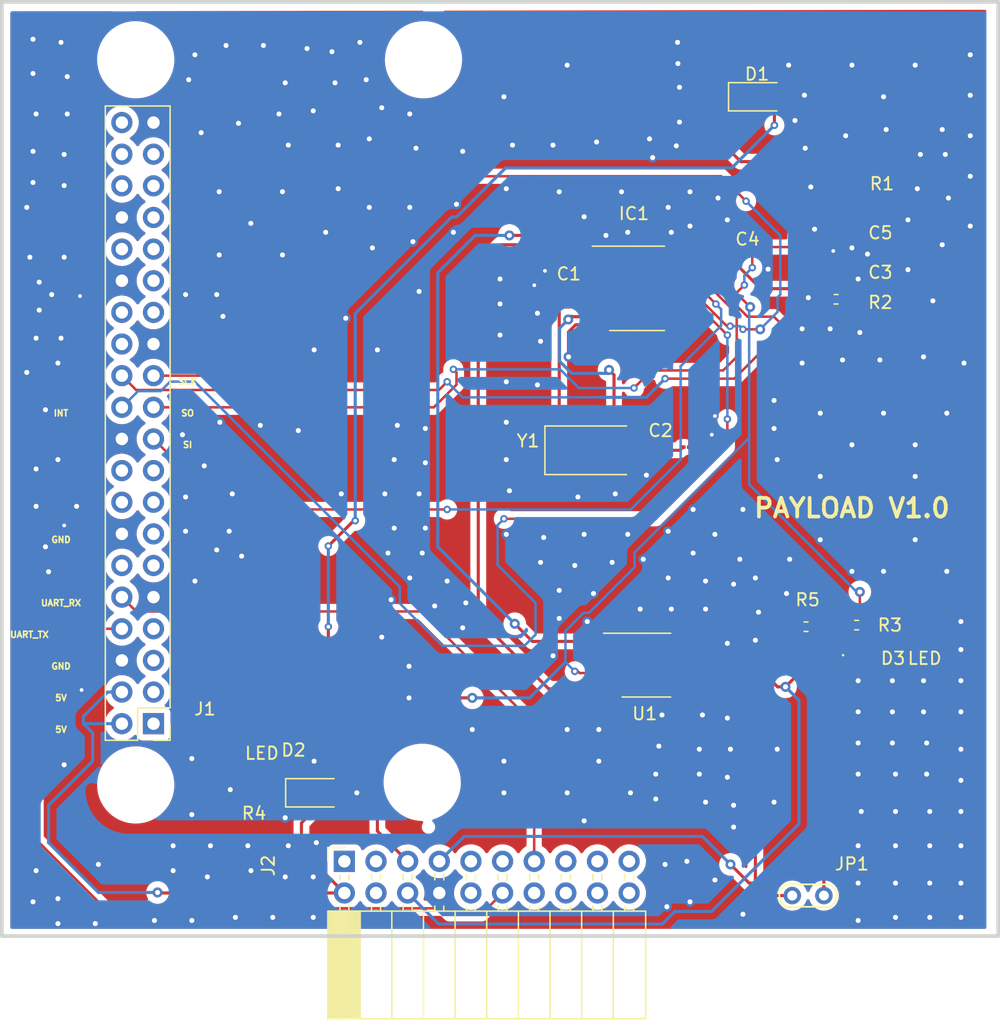
<source format=kicad_pcb>
(kicad_pcb (version 20211014) (generator pcbnew)
  (layers (0 "F.Cu" signal) (31 "B.Cu" signal) (34 "B.Paste" user) (35 "F.Paste" user) (36 "B.SilkS" user "B.Silkscreen") (37 "F.SilkS" user "F.Silkscreen") (38 "B.Mask" user) (39 "F.Mask" user) (44 "Edge.Cuts" user))
  (net 0 "")
  (net 1 "Net-(C1-Pad1)")
  (net 2 "GND")
  (net 3 "Net-(C2-Pad1)")
  (net 4 "Net-(IC1-Pad1)")
  (net 5 "Net-(IC1-Pad2)")
  (net 13 "CAN_VCC")
  (net 14 "/SCK")
  (net 16 "/SI")
  (net 17 "/SO")
  (net 18 "/CS")
  (net 19 "Net-(IC1-Pad20)")
  (net 21 "Net-(D1-Pad1)")
  (net 25 "5V")
  (net 26 "Net-(D2-Pad1)")
  (net 29 "Net-(D3-Pad2)")
  (net 30 "INT")
  (net 49 "UART_TX")
  (net 50 "UART_RX")
  (net 61 "Net-(JP1-Pad1)")
  (net 65 "CAN_H")
  (net 66 "CAN_L")
  (footprint "Capacitor_SMD:C_01005_0402Metric" (layer "F.Cu") (at 107 103.75)
    (fp_text reference "C5")
    (fp_text value "0.1uF" hide)
  )
  (footprint "LED_SMD:LED_1206_3216Metric" (layer "F.Cu") (at 100.63 92.62)
    (fp_text reference "D1")
    (fp_text value "LED")
  )
  (footprint "Connector_PinHeader_2.54mm:PinHeader_2x20_P2.54mm_Vertical" (layer "F.Cu") (at 52.175 142.95 180)
    (fp_text reference "J1")
    (fp_text value "Connector_Generic_Conn_02x20_Odd_Even" hide)
  )
  (footprint "Capacitor_SMD:C_01005_0402Metric" (layer "F.Cu") (at 94.95 120.75)
    (fp_text reference "C2")
    (fp_text value "22pF" hide)
  )
  (footprint "RPi_Hat:RPi_Hat_Mounting_Hole" (layer "F.Cu") (at 50.75 89.65 90)
    (fp_text reference "" hide)
    (fp_text value "" hide)
  )
  (footprint "LED_SMD:LED_0402_1005Metric" (layer "F.Cu") (at 108.631 137.451)
    (fp_text reference "D3")
    (fp_text value "LED")
  )
  (footprint "Capacitor_SMD:C_01005_0402Metric" (layer "F.Cu") (at 101.25 105.25 180)
    (fp_text reference "C4")
    (fp_text value "0.1uF" hide)
  )
  (footprint "Package_SO:SOIC-8-1EP_3.9x4.9mm_P1.27mm_EP2.29x3mm" (layer "F.Cu") (at 91.75 138.25)
    (fp_text reference "U1")
    (fp_text value "L9615D" hide)
  )
  (footprint "Resistor_SMD:R_0402_1005Metric" (layer "F.Cu") (at 104.565 135.165)
    (fp_text reference "R5")
    (fp_text value "120" hide)
  )
  (footprint "RPi_Hat:RPi_Hat_Mounting_Hole" (layer "F.Cu") (at 73.75 147.65 90)
    (fp_text reference "" hide)
    (fp_text value "" hide)
  )
  (footprint "Capacitor_SMD:C_01005_0402Metric" (layer "F.Cu") (at 82.25 106.5)
    (fp_text reference "C1")
    (fp_text value "22pF" hide)
  )
  (footprint "Crystal:Crystal_SMD_0603-2Pin_6.0x3.5mm" (layer "F.Cu") (at 86.95 121)
    (fp_text reference "Y1")
    (fp_text value "8MHz" hide)
  )
  (footprint "TestPoint:TestPoint_2Pads_Pitch2.54mm_Drill0.8mm" (layer "F.Cu") (at 106 156.75 180)
    (fp_text reference "JP1")
    (fp_text value "Jumper_1_Open" hide)
  )
  (footprint "Package_SO:TSSOP-20_4.4x6.5mm_P0.65mm" (layer "F.Cu") (at 91 108)
    (fp_text reference "IC1")
    (fp_text value "MCP2515-xST" hide)
  )
  (footprint "Resistor_SMD:R_0402_1005Metric" (layer "F.Cu") (at 108.631 135.038 180)
    (fp_text reference "R3")
    (fp_text value "1K" hide)
  )
  (footprint "Connector_PinSocket_2.54mm:PinSocket_2x10_P2.54mm_Horizontal" (layer "F.Cu") (at 67.5 154 90)
    (fp_text reference "J2")
    (fp_text value "Conn_01x20_Male" hide)
  )
  (footprint "Resistor_SMD:R_0201_0603Metric_Pad0.64x0.40mm_HandSolder" (layer "F.Cu") (at 107 99.75)
    (fp_text reference "R1")
    (fp_text value "1kohm" hide)
  )
  (footprint "LED_SMD:LED_1206_3216Metric" (layer "F.Cu") (at 65.07 148.5)
    (fp_text reference "D2")
    (fp_text value "LED")
  )
  (footprint "RPi_Hat:RPi_Hat_Mounting_Hole" (layer "F.Cu") (at 73.85 89.65 90)
    (fp_text reference "" hide)
    (fp_text value "" hide)
  )
  (footprint "RPi_Hat:RPi_Hat_Mounting_Hole" (layer "F.Cu") (at 50.75 147.865 90)
    (fp_text reference "" hide)
    (fp_text value "" hide)
  )
  (footprint "Resistor_SMD:R_0402_1005Metric" (layer "F.Cu") (at 106.98 108.876 180)
    (fp_text reference "R2")
    (fp_text value "10K" hide)
  )
  (footprint "Resistor_SMD:R_0201_0603Metric_Pad0.64x0.40mm_HandSolder" (layer "F.Cu") (at 60.244 148.373 180)
    (fp_text reference "R4")
    (fp_text value "1kohm" hide)
  )
  (footprint "Capacitor_SMD:C_01005_0402Metric" (layer "F.Cu") (at 107 106.5 180)
    (fp_text reference "C3")
    (fp_text value "10uF/16V" hide)
  )
  (gr_rect (start 40 85) (end 120 160) (layer "Edge.Cuts") (width 0.3) (fill none))
  (gr_text "GND" (at 44.75 128.18) (layer "F.SilkS") (effects (font (size 0.5 0.5) (thickness 0.125))))
  (gr_text "UART_TX" (at 42.21 135.8) (layer "F.SilkS") (effects (font (size 0.5 0.5) (thickness 0.125))))
  (gr_text "SO" (at 54.91 118.02) (layer "F.SilkS") (effects (font (size 0.5 0.5) (thickness 0.125))))
  (gr_text "SCK" (at 54.91 115.48) (layer "F.SilkS") (effects (font (size 0.5 0.5) (thickness 0.125))))
  (gr_text "5V" (at 44.75 143.42) (layer "F.SilkS") (effects (font (size 0.5 0.5) (thickness 0.125))))
  (gr_text "SI" (at 54.91 120.56) (layer "F.SilkS") (effects (font (size 0.5 0.5) (thickness 0.125))))
  (gr_text "PAYLOAD V1.0" (at 108.25 125.64) (layer "F.SilkS") (effects (font (size 1.5 1.5) (thickness 0.3))))
  (gr_text "GND" (at 44.75 138.34) (layer "F.SilkS") (effects (font (size 0.5 0.5) (thickness 0.125))))
  (gr_text "INT" (at 44.75 118.02) (layer "F.SilkS") (effects (font (size 0.5 0.5) (thickness 0.125))))
  (gr_text "5V" (at 44.75 140.88) (layer "F.SilkS") (effects (font (size 0.5 0.5) (thickness 0.125))))
  (gr_text "UART_RX" (at 44.75 133.26) (layer "F.SilkS") (effects (font (size 0.5 0.5) (thickness 0.125))))
  (segment (start 88.1375 109.625) (end 88.0125 109.5) (width 0.25) (layer "F.Cu") (net 1))
  (segment (start 82.209315 106.025) (end 82 106.234315) (width 0.25) (layer "F.Cu") (net 1))
  (segment (start 84.75 109.5) (end 84.25 109) (width 0.25) (layer "F.Cu") (net 1))
  (segment (start 84.75 121) (end 84.75 109.5) (width 0.25) (layer "F.Cu") (net 1))
  (segment (start 88.0125 109.5) (end 84.75 109.5) (width 0.25) (layer "F.Cu") (net 1))
  (segment (start 84.25 106.5) (end 83.775 106.025) (width 0.25) (layer "F.Cu") (net 1))
  (segment (start 84.25 109) (end 84.25 106.5) (width 0.25) (layer "F.Cu") (net 1))
  (segment (start 83.775 106.025) (end 82.209315 106.025) (width 0.25) (layer "F.Cu") (net 1))
  (segment (start 94.32 136.25) (end 97.75 136.25) (width 0.25) (layer "F.Cu") (net 2))
  (segment (start 45.677 127.71) (end 45.004 127.037) (width 0.25) (layer "F.Cu") (net 2))
  (segment (start 48.225 121.5) (end 44.75 121.5) (width 0.25) (layer "F.Cu") (net 2))
  (segment (start 101.519 105.269) (end 101.5 105.25) (width 0.2) (layer "F.Cu") (net 2))
  (segment (start 97 118.25) (end 97.25 118.25) (width 0.2) (layer "F.Cu") (net 2))
  (segment (start 44.75 121.5) (end 44.5 121.75) (width 0.25) (layer "F.Cu") (net 2))
  (segment (start 42.81 102.31) (end 42.25 101.75) (width 0.25) (layer "F.Cu") (net 2))
  (segment (start 47.506 137.87) (end 46.401 138.975) (width 0.25) (layer "F.Cu") (net 2))
  (segment (start 108.25 106.5) (end 109 105.75) (width 0.2) (layer "F.Cu") (net 2))
  (segment (start 83.508244 106.5) (end 83.604122 106.595878) (width 0.2) (layer "F.Cu") (net 2))
  (segment (start 96.655 136.345) (end 98.5 134.5) (width 0.2) (layer "F.Cu") (net 2))
  (segment (start 52.175 94.69) (end 55.44 94.69) (width 0.25) (layer "F.Cu") (net 2))
  (segment (start 49.635 120.09) (end 48.225 121.5) (width 0.25) (layer "F.Cu") (net 2))
  (segment (start 82.5 107.5) (end 82.75 107.75) (width 0.2) (layer "F.Cu") (net 2))
  (segment (start 98.75 132) (end 98.75 131.75) (width 0.2) (layer "F.Cu") (net 2))
  (segment (start 55.96 132.79) (end 59.25 129.5) (width 0.25) (layer "F.Cu") (net 2))
  (segment (start 95.2 120.75) (end 96 120.75) (width 0.2) (layer "F.Cu") (net 2))
  (segment (start 107.25 106.5) (end 107.25 105.75) (width 0.2) (layer "F.Cu") (net 2))
  (segment (start 49.635 102.31) (end 42.81 102.31) (width 0.25) (layer "F.Cu") (net 2))
  (segment (start 107.25 105.75) (end 108.25 104.75) (width 0.2) (layer "F.Cu") (net 2))
  (segment (start 58 110.25) (end 57.75 110.25) (width 0.25) (layer "F.Cu") (net 2))
  (segment (start 42.25 101.75) (end 42 101.5) (width 0.25) (layer "F.Cu") (net 2))
  (segment (start 98.5 134.5) (end 98.75 134.25) (width 0.2) (layer "F.Cu") (net 2))
  (segment (start 98.75 134.25) (end 98.75 132) (width 0.2) (layer "F.Cu") (net 2))
  (segment (start 46.401 138.975) (end 46.401 140.245) (width 0.25) (layer "F.Cu") (net 2))
  (segment (start 55.78 112.47) (end 58 110.25) (width 0.25) (layer "F.Cu") (net 2))
  (segment (start 82.5 106.5) (end 83.5 106.5) (width 0.2) (layer "F.Cu") (net 2))
  (segment (start 88.1375 110.925) (end 86.075 110.925) (width 0.25) (layer "F.Cu") (net 2))
  (segment (start 97.75 136.25) (end 98 136.25) (width 0.25) (layer "F.Cu") (net 2))
  (segment (start 58.466 148.373) (end 58.339 148.246) (width 0.25) (layer "F.Cu") (net 2))
  (segment (start 107.25 106.5) (end 108.25 106.5) (width 0.2) (layer "F.Cu") (net 2))
  (segment (start 52.175 112.47) (end 55.78 112.47) (width 0.25) (layer "F.Cu") (net 2))
  (segment (start 106.75 103.75) (end 106.75 105) (width 0.2) (layer "F.Cu") (net 2))
  (segment (start 95.2 120.05) (end 97 118.25) (width 0.2) (layer "F.Cu") (net 2))
  (segment (start 85.5 111.5) (end 85.5 113.5) (width 0.25) (layer "F.Cu") (net 2))
  (segment (start 47.175 125.25) (end 46.25 125.25) (width 0.25) (layer "F.Cu") (net 2))
  (segment (start 49.635 137.87) (end 47.506 137.87) (width 0.25) (layer "F.Cu") (net 2))
  (segment (start 94.225 136.345) (end 96.655 136.345) (width 0.2) (layer "F.Cu") (net 2))
  (segment (start 55.44 94.69) (end 56.25 95.5) (width 0.25) (layer "F.Cu") (net 2))
  (segment (start 86.075 110.925) (end 85.5 111.5) (width 0.25) (layer "F.Cu") (net 2))
  (segment (start 94.225 136.345) (end 94.32 136.25) (width 0.25) (layer "F.Cu") (net 2))
  (segment (start 82.5 106.5) (end 82.5 107.5) (width 0.2) (layer "F.Cu") (net 2))
  (segment (start 49.635 127.71) (end 47.175 125.25) (width 0.25) (layer "F.Cu") (net 2))
  (segment (start 105.75 103.75) (end 105.25 103.25) (width 0.2) (layer "F.Cu") (net 2))
  (segment (start 49.635 127.71) (end 45.677 127.71) (width 0.25) (layer "F.Cu") (net 2))
  (segment (start 105.057 99.75) (end 104.948 99.859) (width 0.25) (layer "F.Cu") (net 2))
  (segment (start 84.365 137.615) (end 89.275 137.615) (width 0.25) (layer "F.Cu") (net 2))
  (segment (start 52.175 132.79) (end 55.96 132.79) (width 0.25) (layer "F.Cu") (net 2))
  (segment (start 48.403 108.622) (end 49.635 107.39) (width 0.2) (layer "F.Cu") (net 2))
  (segment (start 96 120.75) (end 97 119.75) (width 0.2) (layer "F.Cu") (net 2))
  (segment (start 59.8365 148.373) (end 58.466 148.373) (width 0.25) (layer "F.Cu") (net 2))
  (segment (start 101.519 106.463) (end 101.519 105.269) (width 0.2) (layer "F.Cu") (net 2))
  (segment (start 46.25 125.25) (end 46 125.5) (width 0.25) (layer "F.Cu") (net 2))
  (segment (start 109 105.75) (end 109.5 105.25) (width 0.2) (layer "F.Cu") (net 2))
  (segment (start 106.5925 99.75) (end 105.057 99.75) (width 0.25) (layer "F.Cu") (net 2))
  (segment (start 84.25 137.5) (end 84.365 137.615) (width 0.25) (layer "F.Cu") (net 2))
  (segment (start 98 136.25) (end 98.25 136.5) (width 0.25) (layer "F.Cu") (net 2))
  (segment (start 95.2 120.75) (end 95.2 120.05) (width 0.2) (layer "F.Cu") (net 2))
  (segment (start 83.5 106.5) (end 83.508244 106.5) (width 0.2) (layer "F.Cu") (net 2))
  (segment (start 46.274 108.622) (end 48.403 108.622) (width 0.2) (layer "F.Cu") (net 2))
  (segment (start 106.75 103.75) (end 105.75 103.75) (width 0.2) (layer "F.Cu") (net 2))
  (segment (start 56.25 95.5) (end 56 95.5) (width 0.25) (layer "F.Cu") (net 2))
  (via (at 92.5 147) (size 0.8) (drill 0.4) (layers "F.Cu" "B.Cu") (net 2))
  (via (at 58.75 158.5) (size 0.8) (drill 0.4) (layers "F.Cu" "B.Cu") (net 2))
  (via (at 71.25 133) (size 0.8) (drill 0.4) (layers "F.Cu" "B.Cu") (net 2))
  (via (at 114.25 144.5) (size 0.8) (drill 0.4) (layers "F.Cu" "B.Cu") (net 2))
  (via (at 90.25 127.75) (size 0.8) (drill 0.4) (layers "F.Cu" "B.Cu") (net 2))
  (via (at 74.75 133.5) (size 0.8) (drill 0.4) (layers "F.Cu" "B.Cu") (net 2))
  (via (at 100.5 136.25) (size 0.8) (drill 0.4) (layers "F.Cu" "B.Cu") (net 2))
  (via (at 70.5 93.5) (size 0.8) (drill 0.4) (layers "F.Cu" "B.Cu") (net 2))
  (via (at 77 135.25) (size 0.8) (drill 0.4) (layers "F.Cu" "B.Cu") (net 2))
  (via (at 114.5 158.5) (size 0.8) (drill 0.4) (layers "F.Cu" "B.Cu") (net 2))
  (via (at 63 96.5) (size 0.8) (drill 0.4) (layers "F.Cu" "B.Cu") (net 2))
  (via (at 114 142) (size 0.8) (drill 0.4) (layers "F.Cu" "B.Cu") (net 2))
  (via (at 94.407 94.652) (size 0.8) (drill 0.4) (layers "F.Cu" "B.Cu") (net 2))
  (via (at 73.25 96.75) (size 0.8) (drill 0.4) (layers "F.Cu" "B.Cu") (net 2))
  (via (at 115.87 118.02) (size 0.8) (drill 0.4) (layers "F.Cu" "B.Cu") (net 2))
  (via (at 73.5 124.5) (size 0.8) (drill 0.4) (layers "F.Cu" "B.Cu") (net 2))
  (via (at 114.25 147) (size 0.8) (drill 0.4) (layers "F.Cu" "B.Cu") (net 2))
  (via (at 67.61 110.4) (size 0.8) (drill 0.4) (layers "F.Cu" "B.Cu") (net 2))
  (via (at 47.5 159) (size 0.8) (drill 0.4) (layers "F.Cu" "B.Cu") (net 2))
  (via (at 87.5 132.5) (size 0.8) (drill 0.4) (layers "F.Cu" "B.Cu") (net 2))
  (via (at 67 100) (size 0.8) (drill 0.4) (layers "F.Cu" "B.Cu") (net 2))
  (via (at 83.25 130) (size 0.8) (drill 0.4) (layers "F.Cu" "B.Cu") (net 2))
  (via (at 102 117) (size 0.8) (drill 0.4) (layers "F.Cu" "B.Cu") (net 2))
  (via (at 44.5 121.75) (size 0.8) (drill 0.4) (layers "F.Cu" "B.Cu") (net 2))
  (via (at 77.77 143.42) (size 0.8) (drill 0.4) (layers "F.Cu" "B.Cu") (net 2))
  (via (at 113.5 100) (size 0.8) (drill 0.4) (layers "F.Cu" "B.Cu") (net 2))
  (via (at 63 152.75) (size 0.8) (drill 0.4) (layers "F.Cu" "B.Cu") (net 2))
  (via (at 98.75 131.75) (size 0.8) (drill 0.4) (layers "F.Cu" "B.Cu") (net 2))
  (via (at 113.33 90.08) (size 0.8) (drill 0.4) (layers "F.Cu" "B.Cu") (net 2))
  (via (at 55.25 150.25) (size 0.8) (drill 0.4) (layers "F.Cu" "B.Cu") (net 2))
  (via (at 42 101.5) (size 0.8) (drill 0.4) (layers "F.Cu" "B.Cu") (net 2))
  (via (at 58.5 124.5) (size 0.8) (drill 0.4) (layers "F.Cu" "B.Cu") (net 2))
  (via (at 65 158.5) (size 0.8) (drill 0.4) (layers "F.Cu" "B.Cu") (net 2))
  (via (at 93.5 101.5) (size 0.8) (drill 0.4) (layers "F.Cu" "B.Cu") (net 2))
  (via (at 105.71 123.1) (size 0.8) (drill 0.4) (layers "F.Cu" "B.Cu") (net 2))
  (via (at 91.25 133.75) (size 0.8) (drill 0.4) (layers "F.Cu" "B.Cu") (net 2))
  (via (at 94.407 91.858) (size 0.8) (drill 0.4) (layers "F.Cu" "B.Cu") (net 2))
  (via (at 54.75 108.5) (size 0.8) (drill 0.4) (layers "F.Cu" "B.Cu") (net 2))
  (via (at 111.75 155.75) (size 0.8) (drill 0.4) (layers "F.Cu" "B.Cu") (net 2))
  (via (at 117 145) (size 0.8) (drill 0.4) (layers "F.Cu" "B.Cu") (net 2))
  (via (at 71.5 127.25) (size 0.8) (drill 0.4) (layers "F.Cu" "B.Cu") (net 2))
  (via (at 84.25 137.5) (size 0.8) (drill 0.4) (layers "F.Cu" "B.Cu") (net 2))
  (via (at 110.5 113.75) (size 0.8) (drill 0.4) (layers "F.Cu" "B.Cu") (net 2))
  (via (at 53.75 154.75) (size 0.8) (drill 0.4) (layers "F.Cu" "B.Cu") (net 2))
  (via (at 103.678 94.525) (size 0.8) (drill 0.4) (layers "F.Cu" "B.Cu") (net 2))
  (via (at 66 103.5) (size 0.8) (drill 0.4) (layers "F.Cu" "B.Cu") (net 2))
  (via (at 114.5 150) (size 0.8) (drill 0.4) (layers "F.Cu" "B.Cu") (net 2))
  (via (at 42.5 99.5) (size 0.8) (drill 0.4) (layers "F.Cu" "B.Cu") (net 2))
  (via (at 86 130.25) (size 0.8) (drill 0.4) (layers "F.Cu" "B.Cu") (net 2))
  (via (at 83.604122 106.595878) (size 0.6) (drill 0.3) (layers "F.Cu" "B.Cu") (net 2))
  (via (at 55 91.25) (size 0.8) (drill 0.4) (layers "F.Cu" "B.Cu") (net 2))
  (via (at 95 154) (size 0.8) (drill 0.4) (layers "F.Cu" "B.Cu") (net 2))
  (via (at 117 155.75) (size 0.8) (drill 0.4) (layers "F.Cu" "B.Cu") (net 2))
  (via (at 98.5 145) (size 0.8) (drill 0.4) (layers "F.Cu" "B.Cu") (net 2))
  (via (at 96.5 131.5) (size 0.8) (drill 0.4) (layers "F.Cu" "B.Cu") (net 2))
  (via (at 117 147.5) (size 0.8) (drill 0.4) (layers "F.Cu" "B.Cu") (net 2))
  (via (at 69.5 101.5) (size 0.8) (drill 0.4) (layers "F.Cu" "B.Cu") (net 2))
  (via (at 86.75 127.75) (size 0.8) (drill 0.4) (layers "F.Cu" "B.Cu") (net 2))
  (via (at 99.5 125.75) (size 0.8) (drill 0.4) (layers "F.Cu" "B.Cu") (net 2))
  (via (at 87.75 96.25) (size 0.8) (drill 0.4) (layers "F.Cu" "B.Cu") (net 2))
  (via (at 62.75 150.5) (size 0.8) (drill 0.4) (layers "F.Cu" "B.Cu") (net 2))
  (via (at 43.5 117.75) (size 0.8) (drill 0.4) (layers "F.Cu" "B.Cu") (net 2))
  (via (at 42.5 97) (size 0.8) (drill 0.4) (layers "F.Cu" "B.Cu") (net 2))
  (via (at 72.69 140.88) (size 0.8) (drill 0.4) (layers "F.Cu" "B.Cu") (net 2))
  (via (at 96 147) (size 0.8) (drill 0.4) (layers "F.Cu" "B.Cu") (net 2))
  (via (at 108.75 147) (size 0.8) (drill 0.4) (layers "F.Cu" "B.Cu") (net 2))
  (via (at 80.5 100) (size 0.8) (drill 0.4) (layers "F.Cu" "B.Cu") (net 2))
  (via (at 44.75 88.25) (size 0.8) (drill 0.4) (layers "F.Cu" "B.Cu") (net 2))
  (via (at 45 105.5) (size 0.8) (drill 0.4) (layers "F.Cu" "B.Cu") (net 2))
  (via (at 89.75 100.25) (size 0.8) (drill 0.4) (layers "F.Cu" "B.Cu") (net 2))
  (via (at 85.39 90.08) (size 0.8) (drill 0.4) (layers "F.Cu" "B.Cu") (net 2))
  (via (at 60.75 119) (size 0.8) (drill 0.4) (layers "F.Cu" "B.Cu") (net 2))
  (via (at 84.25 96.5) (size 0.8) (drill 0.4) (layers "F.Cu" "B.Cu") (net 2))
  (via (at 113.33 120.56) (size 0.8) (drill 0.4) (layers "F.Cu" "B.Cu") (net 2))
  (via (at 108.25 120.56) (size 0.8) (drill 0.4) (layers "F.Cu" "B.Cu") (net 2))
  (via (at 58.339 148.246) (size 0.8) (drill 0.4) (layers "F.Cu" "B.Cu") (net 2))
  (via (at 76.25 103.5) (size 0.8) (drill 0.4) (layers "F.Cu" "B.Cu") (net 2))
  (via (at 112.75 106.5) (size 0.8) (drill 0.4) (layers "F.Cu" "B.Cu") (net 2))
  (via (at 74 127.25) (size 0.8) (drill 0.4) (layers "F.Cu" "B.Cu") (net 2))
  (via (at 111.75 147) (size 0.8) (drill 0.4) (layers "F.Cu" "B.Cu") (net 2))
  (via (at 80.31 92.62) (size 0.8) (drill 0.4) (layers "F.Cu" "B.Cu") (net 2))
  (via (at 107.75 95.75) (size 0.8) (drill 0.4) (layers "F.Cu" "B.Cu") (net 2))
  (via (at 108.885 111.543) (size 0.8) (drill 0.4) (layers "F.Cu" "B.Cu") (net 2))
  (via (at 117.75 95.75) (size 0.8) (drill 0.4) (layers "F.Cu" "B.Cu") (net 2))
  (via (at 63.8 119.417) (size 0.8) (drill 0.4) (layers "F.Cu" "B.Cu") (net 2))
  (via (at 113.75 97.25) (size 0.8) (drill 0.4) (layers "F.Cu" "B.Cu") (net 2))
  (via (at 105.71 128.18) (size 0.8) (drill 0.4) (layers "F.Cu" "B.Cu") (net 2))
  (via (at 115.5 104.5) (size 0.8) (drill 0.4) (layers "F.Cu" "B.Cu") (net 2))
  (via (at 115.87 130.72) (size 0.8) (drill 0.4) (layers "F.Cu" "B.Cu") (net 2))
  (via (at 108.75 155.75) (size 0.8) (drill 0.4) (layers "F.Cu" "B.Cu") (net 2))
  (via (at 111 95.25) (size 0.8) (drill 0.4) (layers "F.Cu" "B.Cu") (net 2))
  (via (at 77.25 133.25) (size 0.8) (drill 0.4) (layers "F.Cu" "B.Cu") (net 2))
  (via (at 65 93.75) (size 0.8) (drill 0.4) (layers "F.Cu" "B.Cu") (net 2))
  (via (at 93.75 133.75) (size 0.8) (drill 0.4) (layers "F.Cu" "B.Cu") (net 2))
  (via (at 92 96) (size 0.8) (drill 0.4) (layers "F.Cu" "B.Cu") (net 2))
  (via (at 93 142.25) (size 0.8) (drill 0.4) (layers "F.Cu" "B.Cu") (net 2))
  (via (at 103.17 90.08) (size 0.8) (drill 0.4) (layers "F.Cu" "B.Cu") (net 2))
  (via (at 81 96.5) (size 0.8) (drill 0.4) (layers "F.Cu" "B.Cu") (net 2))
  (via (at 111.5 142) (size 0.8) (drill 0.4) (layers "F.Cu" "B.Cu") (net 2))
  (via (at 56.25 122.25) (size 0.8) (drill 0.4) (layers "F.Cu" "B.Cu") (net 2))
  (via (at 59.25 129.5) (size 0.8) (drill 0.4) (layers "F.Cu" "B.Cu") (net 2))
  (via (at 114.5 155.75) (size 0.8) (drill 0.4) (layers "F.Cu" "B.Cu") (net 2))
  (via (at 45 97.25) (size 0.8) (drill 0.4) (layers "F.Cu" "B.Cu") (net 2))
  (via (at 92.75 144.75) (size 0.8) (drill 0.4) (layers "F.Cu" "B.Cu") (net 2))
  (via (at 86.25 124.75) (size 0.8) (drill 0.4) (layers "F.Cu" "B.Cu") (net 2))
  (via (at 94.28 89.953) (size 0.8) (drill 0.4) (layers "F.Cu" "B.Cu") (net 2))
  (via (at 102 149.25) (size 0.8) (drill 0.4) (layers "F.Cu" "B.Cu") (net 2))
  (via (at 115.75 97.25) (size 0.8) (drill 0.4) (layers "F.Cu" "B.Cu") (net 2))
  (via (at 88.5 103.75) (size 0.8) (drill 0.4) (layers "F.Cu" "B.Cu") (net 2))
  (via (at 117.75 103) (size 0.8) (drill 0.4) (layers "F.Cu" "B.Cu") (net 2))
  (via (at 83.25 112.25) (size 0.8) (drill 0.4) (layers "F.Cu" "B.Cu") (net 2))
  (via (at 80.5 127.75) (size 0.8) (drill 0.4) (layers "F.Cu" "B.Cu") (net 2))
  (via (at 104.25 114) (size 0.8) (drill 0.4) (layers "F.Cu" "B.Cu") (net 2))
  (via (at 46 125.5) (size 0.8) (drill 0.4) (layers "F.Cu" "B.Cu") (net 2))
  (via (at 69.25 91.25) (size 0.8) (drill 0.4) (layers "F.Cu" "B.Cu") (net 2))
  (via (at 42.75 122.5) (size 0.8) (drill 0.4) (layers "F.Cu" "B.Cu") (net 2))
  (via (at 106.75 105) (size 0.6) (drill 0.3) (layers "F.Cu" "B.Cu") (net 2))
  (via (at 117 150) (size 0.8) (drill 0.4) (layers "F.Cu" "B.Cu") (net 2))
  (via (at 107.5 113.75) (size 0.8) (drill 0.4) (layers "F.Cu" "B.Cu") (net 2))
  (via (at 111.5 144.5) (size 0.8) (drill 0.4) (layers "F.Cu" "B.Cu") (net 2))
  (via (at 64.5 88.75) (size 0.8) (drill 0.4) (layers "F.Cu" "B.Cu") (net 2))
  (via (at 57.25 108.5) (size 0.8) (drill 0.4) (layers "F.Cu" "B.Cu") (net 2))
  (via (at 97.25 127.75) (size 0.8) (drill 0.4) (layers "F.Cu" "B.Cu") (net 2))
  (via (at 100.5 131.25) (size 0.8) (drill 0.4) (layers "F.Cu" "B.Cu") (net 2))
  (via (at 100.75 134) (size 0.8) (drill 0.4) (layers "F.Cu" "B.Cu") (net 2))
  (via (at 108.75 139.5) (size 0.8) (drill 0.4) (layers "F.Cu" "B.Cu") (net 2))
  (via (at 114 139.5) (size 0.8) (drill 0.4) (layers "F.Cu" "B.Cu") (net 2))
  (via (at 43.5 128.75) (size 0.8) (drill 0.4) (layers "F.Cu" "B.Cu") (net 2))
  (via (at 115.5 95.25) (size 0.8) (drill 0.4) (layers "F.Cu" "B.Cu") (net 2))
  (via (at 80.5 121.75) (size 0.8) (drill 0.4) (layers "F.Cu" "B.Cu") (net 2))
  (via (at 85.5 113.5) (size 0.8) (drill 0.4) (layers "F.Cu" "B.Cu") (net 2))
  (via (at 110.79 92.62) (size 0.8) (drill 0.4) (layers "F.Cu" "B.Cu") (net 2))
  (via (at 70.5 136) (size 0.8) (drill 0.4) (layers "F.Cu" "B.Cu") (net 2))
  (via (at 43.75 130.75) (size 0.8) (drill 0.4) (layers "F.Cu" "B.Cu") (net 2))
  (via (at 55.25 145.75) (size 0.8) (drill 0.4) (layers "F.Cu" "B.Cu") (net 2))
  (via (at 113.33 128.18) (size 0.8) (drill 0.4) (layers "F.Cu" "B.Cu") (net 2))
  (via (at 47.75 154.25) (size 0.8) (drill 0.4) (layers "F.Cu" "B.Cu") (net 2))
  (via (at 59.75 152.75) (size 0.8) (drill 0.4) (layers "F.Cu" "B.Cu") (net 2))
  (via (at 98.75 149.5) (size 0.8) (drill 0.4) (layers "F.Cu" "B.Cu") (net 2))
  (via (at 72.75 131.25) (size 0.8) (drill 0.4) (layers "F.Cu" "B.Cu") (net 2))
  (via (at 94.153 96.557) (size 0.8) (drill 0.4) (layers "F.Cu" "B.Cu") (net 2))
  (via (at 114.5 152.75) (size 0.8) (drill 0.4) (layers "F.Cu" "B.Cu") (net 2))
  (via (at 98.25 136.5) (size 0.8) (drill 0.4) (layers "F.Cu" "B.Cu") (net 2))
  (via (at 65.07 145.96) (size 0.8) (drill 0.4) (layers "F.Cu" "B.Cu") (net 2))
  (via (at 101.519 106.463) (size 0.8) (drill 0.4) (layers "F.Cu" "B.Cu") (net 2))
  (via (at 56.5 155.25) (size 0.8) (drill 0.4) (layers "F.Cu" "B.Cu") (net 2))
  (via (at 42.75 112) (size 0.8) (drill 0.4) (layers "F.Cu" "B.Cu") (net 2))
  (via (at 95.5 129.25) (size 0.8) (drill 0.4) (layers "F.Cu" "B.Cu") (net 2))
  (via (at 66.5 89) (size 0.8) (drill 0.4) (layers "F.Cu" "B.Cu") (net 2))
  (via (at 46.401 140.245) (size 0.6) (drill 0.3) (layers "F.Cu" "B.Cu") (net 2))
  (via (at 74 119.25) (size 0.8) (drill 0.4) (layers "F.Cu" "B.Cu") (net 2))
  (via (at 117 152.75) (size 0.8) (drill 0.4) (layers "F.Cu" "B.Cu") (net 2))
  (via (at 46.274 108.622) (size 0.5) (drill 0.3) (layers "F.Cu" "B.Cu") (net 2))
  (via (at 56 95.5) (size 0.8) (drill 0.4) (layers "F.Cu" "B.Cu") (net 2))
  (via (at 71.5 121.75) (size 0.8) (drill 0.4) (layers "F.Cu" "B.Cu") (net 2))
  (via (at 59 94.75) (size 0.8) (drill 0.4) (layers "F.Cu" "B.Cu") (net 2))
  (via (at 71.75 119) (size 0.8) (drill 0.4) (layers "F.Cu" "B.Cu") (net 2))
  (via (at 57.45 105.32) (size 0.8) (drill 0.4) (layers "F.Cu" "B.Cu") (net 2))
  (via (at 86.75 150.75) (size 0.8) (drill 0.4) (layers "F.Cu" "B.Cu") (net 2))
  (via (at 65 155.25) (size 0.8) (drill 0.4) (layers "F.Cu" "B.Cu") (net 2))
  (via (at 109 150) (size 0.8) (drill 0.4) (layers "F.Cu" "B.Cu") (net 2))
  (via (at 74 122) (size 0.8) (drill 0.4) (layers "F.Cu" "B.Cu") (net 2))
  (via (at 108.75 107.25) (size 0.8) (drill 0.4) (layers "F.Cu" "B.Cu") (net 2))
  (via (at 104.25 111.25) (size 0.8) (drill 0.4) (layers "F.Cu" "B.Cu") (net 2))
  (via (at 43 109.75) (size 0.8) (drill 0.4) (layers "F.Cu" "B.Cu") (net 2))
  (via (at 96.5 133.75) (size 0.8) (drill 0.4) (layers "F.Cu" "B.Cu") (net 2))
  (via (at 104.75 108.75) (size 0.8) (drill 0.4) (layers "F.Cu" "B.Cu") (net 2))
  (via (at 45 99.75) (size 0.8) (drill 0.4) (layers "F.Cu" "B.Cu") (net 2))
  (via (at 86.75 102.25) (size 0.8) (drill 0.4) (layers "F.Cu" "B.Cu") (net 2))
  (via (at 106.5 111.25) (size 0.8) (drill 0.4) (layers "F.Cu" "B.Cu") (net 2))
  (via (at 83 110) (size 0.8) (drill 0.4) (layers "F.Cu" "B.Cu") (net 2))
  (via (at 66.75 91.5) (size 0.8) (drill 0.4) (layers "F.Cu" "B.Cu") (net 2))
  (via (at 58.25 127.5) (size 0.8) (drill 0.4) (layers "F.Cu" "B.Cu") (net 2))
  (via (at 87 134.75) (size 0.8) (drill 0.4) (layers "F.Cu" "B.Cu") (net 2))
  (via (at 60 154.75) (size 0.8) (drill 0.4) (layers "F.Cu" "B.Cu") (net 2))
  (via (at 98.25 147.25) (size 0.8) (drill 0.4) (layers "F.Cu" "B.Cu") (net 2))
  (via (at 93.391 157.644) (size 0.8) (drill 0.4) (layers "F.Cu" "B.Cu") (net 2))
  (via (at 55.5 131.5) (size 0.8) (drill 0.4) (layers "F.Cu" "B.Cu") (net 2))
  (via (at 58 88.5) (size 0.8) (drill 0.4) (layers "F.Cu" "B.Cu") (net 2))
  (via (at 44.5 159) (size 0.8) (drill 0.4) (layers "F.Cu" "B.Cu") (net 2))
  (via (at 80.75 124.25) (size 0.8) (drill 0.4) (layers "F.Cu" "B.Cu") (net 2))
  (via (at 45.004 127.037) (size 0.6) (drill 0.3) (layers "F.Cu" "B.Cu") (net 2))
  (via (at 104.948 99.859) (size 0.8) (drill 0.4) (layers "F.Cu" "B.Cu") (net 2))
  (via (at 80 109.25) (size 0.8) (drill 0.4) (layers "F.Cu" "B.Cu") (net 2))
  (via (at 57.75 110.25) (size 0.8) (drill 0.4) (layers "F.Cu" "B.Cu") (net 2))
  (via (at 91.5 129.75) (size 0.8) (drill 0.4) (layers "F.Cu" "B.Cu") (net 2))
  (via (at 89 130) (size 0.8) (drill 0.4) (layers "F.Cu" "B.Cu") (net 2))
  (via (at 92.5 149) (size 0.8) (drill 0.4) (layers "F.Cu" "B.Cu") (net 2))
  (via (at 90.25 103.5) (size 0.8) (drill 0.4) (layers "F.Cu" "B.Cu") (net 2))
  (via (at 72.69 138.34) (size 0.8) (drill 0.4) (layers "F.Cu" "B.Cu") (net 2))
  (via (at 111.5 139.5) (size 0.8) (drill 0.4) (layers "F.Cu" "B.Cu") (net 2))
  (via (at 117 134.75) (size 0.8) (drill 0.4) (layers "F.Cu" "B.Cu") (net 2))
  (via (at 117.75 92.5) (size 0.8) (drill 0.4) (layers "F.Cu" "B.Cu") (net 2))
  (via (at 56.75 152.75) (size 0.8) (drill 0.4) (layers "F.Cu" "B.Cu") (net 2))
  (via (at 71 129.25) (size 0.8) (drill 0.4) (layers "F.Cu" "B.Cu") (net 2))
  (via (at 44.5 114) (size 0.8) (drill 0.4) (layers "F.Cu" "B.Cu") (net 2))
  (via (at 114 113.5) (size 0.8) (drill 0.4) (layers "F.Cu" "B.Cu") (net 2))
  (via (at 103.25 129.75) (size 0.8) (drill 0.4) (layers "F.Cu" "B.Cu") (net 2))
  (via (at 91.75 123) (size 0.8) (drill 0.4) (layers "F.Cu" "B.Cu") (net 2))
  (via (at 85.39 148.5) (size 0.8) (drill 0.4) (layers "F.Cu" "B.Cu") (net 2))
  (via (at 67 96.5) (size 0.8) (drill 0.4) (layers "F.Cu" "B.Cu") (net 2))
  (via (at 80 111.75) (size 0.8) (drill 0.4) (layers "F.Cu" "B.Cu") (net 2))
  (via (at 83.5 128) (size 0.8) (drill 0.4) (layers "F.Cu" "B.Cu") (net 2))
  (via (at 84.75 132.25) (size 0.8) (drill 0.4) (layers "F.Cu" "B.Cu") (net 2))
  (via (at 42.25 105.5) (size 0.8) (drill 0.4) (layers "F.Cu" "B.Cu") (net 2))
  (via (at 98.25 102.5) (size 0.8) (drill 0.4) (layers "F.Cu" "B.Cu") (net 2))
  (via (at 87.93 143.42) (size 0.8) (drill 0.4) (layers "F.Cu" "B.Cu") (net 2))
  (via (at 108.75 142) (size 0.8) (drill 0.4) (layers "F.Cu" "B.Cu") (net 2))
  (via (at 53.75 152.75) (size 0.8) (drill 0.4) (layers "F.Cu" "B.Cu") (net 2))
  (via (at 112.75 102.5) (size 0.8) (drill 0.4) (layers "F.Cu" "B.Cu") (net 2))
  (via (at 108.75 158.75) (size 0.8) (drill 0.4) (layers "F.Cu" "B.Cu") (net 2))
  (via (at 99.5 158.25) (size 0.8) (drill 0.4) (layers "F.Cu" "B.Cu") (net 2))
  (via (at 108.25 130.72) (size 0.8) (drill 0.4) (layers "F.Cu" "B.Cu") (net 2))
  (via (at 95.25 157.25) (size 0.8) (drill 0.4) (layers "F.Cu" "B.Cu") (net 2))
  (via (at 102.25 121.75) (size 0.8) (drill 0.4) (layers "F.Cu" "B.Cu") (net 2))
  (via (at 95.25 103) (size 0.8) (drill 0.4) (layers "F.Cu" "B.Cu") (net 2))
  (via (at 108.25 90.08) (size 0.8) (drill 0.4) (layers "F.Cu" "B.Cu") (net 2))
  (via (at 45.25 94) (size 0.8) (drill 0.4) (layers "F.Cu" "B.Cu") (net 2))
  (via (at 69.75 104.75) (size 0.8) (drill 0.4) (layers "F.Cu" "B.Cu") (net 2))
  (via (at 83 115.75) (size 0.8) (drill 0.4) (layers "F.Cu" "B.Cu") (net 2))
  (via (at 110.79 118.02) (size 0.8) (drill 0.4) (layers "F.Cu" "B.Cu") (net 2))
  (via (at 57.25 129) (size 0.8) (drill 0.4) (layers "F.Cu" "B.Cu") (net 2))
  (via (at 72.75 101.5) (size 0.8) (drill 0.4) (layers "F.Cu" "B.Cu") (net 2))
  (via (at 92.25 97.5) (size 0.8) (drill 0.4) (layers "F.Cu" "B.Cu") (net 2))
  (via (at 72.75 94) (size 0.8) (drill 0.4) (layers "F.Cu" "B.Cu") (net 2))
  (via (at 96.5 149.25) (size 0.8) (drill 0.4) (layers "F.Cu" "B.Cu") (net 2))
  (via (at 70.75 124.5) (size 0.8) (drill 0.4) (layers "F.Cu" "B.Cu") (net 2))
  (via (at 117 142) (size 0.8) (drill 0.4) (layers "F.Cu" "B.Cu") (net 2))
  (via (at 42.5 157.25) (size 0.8) (drill 0.4) (layers "F.Cu" "B.Cu") (net 2))
  (via (at 111.75 150) (size 0.8) (drill 0.4) (layers "F.Cu" "B.Cu") (net 2))
  (via (at 116 100.75) (size 0.8) (drill 0.4) (layers "F.Cu" "B.Cu") (net 2))
  (via (at 59.99 102.78) (size 0.8) (drill 0.4) (layers "F.Cu" "B.Cu") (net 2))
  (via (at 65.07 112.94) (size 0.8) (drill 0.4) (layers "F.Cu" "B.Cu") (net 2))
  (via (at 108.25 104.75) (size 0.8) (drill 0.4) (layers "F.Cu" "B.Cu") (net 2))
  (via (at 108.75 144.5) (size 0.8) (drill 0.4) (layers "F.Cu" "B.Cu") (net 2))
  (via (at 80.31 148.5) (size 0.8) (drill 0.4) (layers "F.Cu" "B.Cu") (net 2))
  (via (at 42.75 94) (size 0.8) (drill 0.4) (layers "F.Cu" "B.Cu") (net 2))
  (via (at 45.25 91) (size 0.8) (drill 0.4) (layers "F.Cu" "B.Cu") (net 2))
  (via (at 44.75 112) (size 0.8) (drill 0.4) (layers "F.Cu" "B.Cu") (net 2))
  (via (at 57.5 118.75) (size 0.8) (drill 0.4) (layers "F.Cu" "B.Cu") (net 2))
  (via (at 108.75 152.75) (size 0.8) (drill 0.4) (layers "F.Cu" "B.Cu") (net 2))
  (via (at 43 107.5) (size 0.8) (drill 0.4) (layers "F.Cu" "B.Cu") (net 2))
  (via (at 57.45 100.24) (size 0.8) (drill 0.4) (layers "F.Cu" "B.Cu") (net 2))
  (via (at 62.25 94) (size 0.8) (drill 0.4) (layers "F.Cu" "B.Cu") (net 2))
  (via (at 75.75 131.5) (size 0.8) (drill 0.4) (layers "F.Cu" "B.Cu") (net 2))
  (via (at 85.39 143.42) (size 0.8) (drill 0.4) (layers "F.Cu" "B.Cu") (net 2))
  (via (at 61 88.5) (size 0.8) (drill 0.4) (layers "F.Cu" "B.Cu") (net 2))
  (via (at 42.5 88) (size 0.8) (drill 0.4) (layers "F.Cu" "B.Cu") (net 2))
  (via (at 109.5 105.25) (size 0.8) (drill 0.4) (layers "F.Cu" "B.Cu") (net 2))
  (via (at 80 107.25) (size 0.8) (drill 0.4) (layers "F.Cu" "B.Cu") (net 2))
  (via (at 97 119.75) (size 0.6) (drill 0.3) (layers "F.Cu" "B.Cu") (net 2))
  (via (at 95.5 125.75) (size 0.8) (drill 0.4) (layers "F.Cu" "B.Cu") (net 2))
  (via (at 62.53 100.24) (size 0.8) (drill 0.4) (layers "F.Cu" "B.Cu") (net 2))
  (via (at 42 114.75) (size 0.8) (drill 0.4) (layers "F.Cu" "B.Cu") (net 2))
  (via (at 93.5 127.5) (size 0.8) (drill 0.4) (layers "F.Cu" "B.Cu") (net 2))
  (via (at 70.15 112.94) (size 0.8) (drill 0.4) (layers "F.Cu" "B.Cu") (net 2))
  (via (at 62.53 105.32) (size 0.8) (drill 0.4) (layers "F.Cu" "B.Cu") (net 2))
  (via (at 54.75 127.5) (size 0.8) (drill 0.4) (layers "F.Cu" "B.Cu") (net 2))
  (via (at 52.25 158.75) (size 0.8) (drill 0.4) (layers "F.Cu" "B.Cu") (net 2))
  (via (at 44 108.5) (size 0.8) (drill 0.4) (layers "F.Cu" "B.Cu") (net 2))
  (via (at 97.5 100.75) (size 0.8) (drill 0.4) (layers "F.Cu" "B.Cu") (net 2))
  (via (at 67.25 124.5) (size 0.8) (drill 0.4) (layers "F.Cu" "B.Cu") (net 2))
  (via (at 80.5 118.75) (size 0.8) (drill 0.4) (layers "F.Cu" "B.Cu") (net 2))
  (via (at 93.5 131.25) (size 0.8) (drill 0.4) (layers "F.Cu" "B.Cu") (net 2))
  (via (at 54.75 124.75) (size 0.8) (drill 0.4) (layers "F.Cu" "B.Cu") (net 2))
  (via (at 42.5 90.75) (size 0.8) (drill 0.4) (layers "F.Cu" "B.Cu") (net 2))
  (via (at 90.47 148.5) (size 0.8) (drill 0.4) (layers "F.Cu" "B.Cu") (net 2))
  (via (at 73 104.25) (size 0.8) (drill 0.4) (layers "F.Cu" "B.Cu") (net 2))
  (via (at 117 139.5) (size 0.8) (drill 0.4) (layers "F.Cu" "B.Cu") (net 2))
  (via (at 73.5 108.25) (size 0.8) (drill 0.4) (layers "F.Cu" "B.Cu") (net 2))
  (via (at 97.25 118.25) (size 0.6) (drill 0.3) (layers "F.Cu" "B.Cu") (net 2))
  (via (at 77 97) (size 0.8) (drill 0.4) (layers "F.Cu" "B.Cu") (net 2))
  (via (at 102.25 145) (size 0.8) (drill 0.4) (layers "F.Cu" "B.Cu") (net 2))
  (via (at 55.5 89.25) (size 0.8) (drill 0.4) (layers "F.Cu" "B.Cu") (net 2))
  (via (at 65.25 152.5) (size 0.8) (drill 0.4) (layers "F.Cu" "B.Cu") (net 2))
  (via (at 105.25 103.25) (size 0.8) (drill 0.4) (layers "F.Cu" "B.Cu") (net 2))
  (via (at 110.79 130.72) (size 0.8) (drill 0.4) (layers "F.Cu" "B.Cu") (net 2))
  (via (at 111.75 158.5) (size 0.8) (drill 0.4) (layers "F.Cu" "B.Cu") (net 2))
  (via (at 73.75 129.25) (size 0.8) (drill 0.4) (layers "F.Cu" "B.Cu") (net 2))
  (via (at 80.5 115.5) (size 0.8) (drill 0.4) (layers "F.Cu" "B.Cu") (net 2))
  (via (at 54.5 119.75) (size 0.8) (drill 0.4) (layers "F.Cu" "B.Cu") (net 2))
  (via (at 87.93 145.96) (size 0.8) (drill 0.4) (layers "F.Cu" "B.Cu") (net 2))
  (via (at 117.25 114) (size 0.8) (drill 0.4) (layers "F.Cu" "B.Cu") (net 2))
  (via (at 89.25 124.5) (size 0.8) (drill 0.4) (layers "F.Cu" "B.Cu") (net 2))
  (via (at 102 119.25) (size 0.8) (drill 0.4) (layers "F.Cu" "B.Cu") (net 2))
  (via (at 42.75 125.5) (size 0.8) (drill 0.4) (layers "F.Cu" "B.Cu") (net 2))
  (via (at 93.25 154.25) (size 0.8) (drill 0.4) (layers "F.Cu" "B.Cu") (net 2))
  (via (at 61.75 158.5) (size 0.8) (drill 0.4) (layers "F.Cu" "B.Cu") (net 2))
  (via (at 44.5 157) (size 0.8) (drill 0.4) (layers "F.Cu" "B.Cu") (net 2))
  (via (at 98.75 151.25) (size 0.8) (drill 0.4) (layers "F.Cu" "B.Cu") (net 2))
  (via (at 62.75 91.5) (size 0.8) (drill 0.4) (layers "F.Cu" "B.Cu") (net 2))
  (via (at 94.25 88.25) (size 0.8) (drill 0.4) (layers "F.Cu" "B.Cu") (net 2))
  (via (at 117 158.5) (size 0.8) (drill 0.4) (layers "F.Cu" "B.Cu") (net 2))
  (via (at 96.25 142.25) (size 0.8) (drill 0.4) (layers "F.Cu" "B.Cu") (net 2))
  (via (at 96 145) (size 0.8) (drill 0.4) (layers "F.Cu" "B.Cu") (net 2))
  (via (at 113.33 123.1) (size 0.8) (drill 0.4) (layers "F.Cu" "B.Cu") (net 2))
  (via (at 105.71 118.02) (size 0.8) (drill 0.4) (layers "F.Cu" "B.Cu") (net 2))
  (via (at 117 137) (size 0.8) (drill 0.4) (layers "F.Cu" "B.Cu") (net 2))
  (via (at 69.5 96) (size 0.8) (drill 0.4) (layers "F.Cu" "B.Cu") (net 2))
  (via (at 84.75 134.5) (size 0.8) (drill 0.4) (layers "F.Cu" "B.Cu") (net 2))
  (via (at 104.5 96.75) (size 0.8) (drill 0.4) (layers "F.Cu" "B.Cu") (net 2))
  (via (at 84.75 100.25) (size 0.8) (drill 0.4) (layers "F.Cu" "B.Cu") (net 2))
  (via (at 45 146.25) (size 0.8) (drill 0.4) (layers "F.Cu" "B.Cu") (net 2))
  (via (at 117.75 99) (size 0.8) (drill 0.4) (layers "F.Cu" "B.Cu") (net 2))
  (via (at 98.25 142.5) (size 0.8) (drill 0.4) (layers "F.Cu" "B.Cu") (net 2))
  (via (at 93.75 103.5) (size 0.8) (drill 0.4) (layers "F.Cu" "B.Cu") (net 2))
  (via (at 76.5 101.25) (size 0.8) (drill 0.4) (layers "F.Cu" "B.Cu") (net 2))
  (via (at 117.75 89.25) (size 0.8) (drill 0.4) (layers "F.Cu" "B.Cu") (net 2))
  (via (at 99.25 129.75) (size 0.8) (drill 0.4) (layers "F.Cu" "B.Cu") (net 2))
  (via (at 68.499 148.5) (size 0.8) (drill 0.4) (layers "F.Cu" "B.Cu") (net 2))
  (via (at 103 132.5) (size 0.8) (drill 0.4) (layers "F.Cu" "B.Cu") (net 2))
  (via (at 104.44 92.493) (size 0.8) (drill 0.4) (layers "F.Cu" "B.Cu") (net 2))
  (via (at 68.75 88.25) (size 0.8) (drill 0.4) (layers "F.Cu" "B.Cu") (net 2))
  (via (at 55.25 158.75) (size 0.8) (drill 0.4) (layers "F.Cu" "B.Cu") (net 2))
  (via (at 80.31 145.96) (size 0.8) (drill 0.4) (layers "F.Cu" "B.Cu") (net 2))
  (via (at 95.25 100.25) (size 0.8) (drill 0.4) (layers "F.Cu" "B.Cu") (net 2))
  (via (at 62.75 155.25) (size 0.8) (drill 0.4) (layers "F.Cu" "B.Cu") (net 2))
  (via (at 82.75 107.75) (size 0.6) (drill 0.3) (layers "F.Cu" "B.Cu") (net 2))
  (via (at 114.75 109) (size 0.8) (drill 0.4) (layers "F.Cu" "B.Cu") (net 2))
  (via (at 42.75 154.75) (size 0.8) (drill 0.4) (layers "F.Cu" "B.Cu") (net 2))
  (via (at 97.25 155.5) (size 0.8) (drill 0.4) (layers "F.Cu" "B.Cu") (net 2))
  (via (at 111.75 152.75) (size 0.8) (drill 0.4) (layers "F.Cu" "B.Cu") (net 2))
  (segment (start 52.175 132.79) (end 56.215 128.75) (width 0.25) (layer "B.Cu") (net 2))
  (segment (start 56.215 128.75) (end 57.5 128.75) (width 0.25) (layer "B.Cu") (net 2))
  (segment (start 44.25 108.25) (end 44.25 108.5) (width 0.25) (layer "B.Cu") (net 2))
  (segment (start 45.11 107.39) (end 44.25 108.25) (width 0.25) (layer "B.Cu") (net 2))
  (segment (start 49.635 120.09) (end 45.59 120.09) (width 0.25) (layer "B.Cu") (net 2))
  (segment (start 45.59 120.09) (end 43.5 118) (width 0.25) (layer "B.Cu") (net 2))
  (segment (start 43.5 118) (end 43.5 117.75) (width 0.25) (layer "B.Cu") (net 2))
  (segment (start 49.635 107.39) (end 45.11 107.39) (width 0.25) (layer "B.Cu") (net 2))
  (segment (start 44.25 108.5) (end 44 108.5) (width 0.25) (layer "B.Cu") (net 2))
  (segment (start 57.5 128.75) (end 57.25 129) (width 0.25) (layer "B.Cu") (net 2))
  (segment (start 88.1375 110.275) (end 85.775 110.275) (width 0.25) (layer "F.Cu") (net 3))
  (segment (start 89.15 114.9505) (end 89.15 121) (width 0.25) (layer "F.Cu") (net 3))
  (segment (start 85.7245 110.25) (end 85.4745 110.5) (width 0.25) (layer "F.Cu") (net 3))
  (segment (start 89.15 121) (end 94.425 121) (width 0.25) (layer "F.Cu") (net 3))
  (segment (start 85.75 110.25) (end 85.7245 110.25) (width 0.25) (layer "F.Cu") (net 3))
  (segment (start 85.775 110.275) (end 85.75 110.25) (width 0.25) (layer "F.Cu") (net 3))
  (segment (start 94.425 121) (end 94.675 120.75) (width 0.25) (layer "F.Cu") (net 3))
  (segment (start 88.75 114.5505) (end 89.15 114.9505) (width 0.25) (layer "F.Cu") (net 3))
  (via (at 85.4745 110.5) (size 0.8) (drill 0.4) (layers "F.Cu" "B.Cu") (net 3))
  (via (at 88.75 114.5505) (size 0.8) (drill 0.4) (layers "F.Cu" "B.Cu") (net 3))
  (segment (start 85.4745 110.5) (end 84.775 111.1995) (width 0.25) (layer "B.Cu") (net 3))
  (segment (start 88.675 114.825) (end 88.75 114.75) (width 0.25) (layer "B.Cu") (net 3))
  (segment (start 88.75 114.75) (end 88.75 114.5505) (width 0.25) (layer "B.Cu") (net 3))
  (segment (start 84.775 111.1995) (end 84.775 113.85) (width 0.25) (layer "B.Cu") (net 3))
  (segment (start 85.75 114.825) (end 88.675 114.825) (width 0.25) (layer "B.Cu") (net 3))
  (segment (start 84.775 113.85) (end 85.75 114.825) (width 0.25) (layer "B.Cu") (net 3))
  (segment (start 81.25 103.75) (end 80.75 103.75) (width 0.25) (layer "F.Cu") (net 4))
  (segment (start 84 103.75) (end 81.25 103.75) (width 0.25) (layer "F.Cu") (net 4))
  (segment (start 84.943198 104.806802) (end 84.25 104.113604) (width 0.25) (layer "F.Cu") (net 4))
  (segment (start 81.18 134.93) (end 82.595 136.345) (width 0.25) (layer "F.Cu") (net 4))
  (segment (start 82.595 136.345) (end 89.275 136.345) (width 0.25) (layer "F.Cu") (net 4))
  (segment (start 84.25 104.113604) (end 84.25 104) (width 0.25) (layer "F.Cu") (net 4))
  (segment (start 84.25 104) (end 84 103.75) (width 0.25) (layer "F.Cu") (net 4))
  (segment (start 85.211396 105.075) (end 84.943198 104.806802) (width 0.25) (layer "F.Cu") (net 4))
  (segment (start 88.1375 105.075) (end 85.211396 105.075) (width 0.25) (layer "F.Cu") (net 4))
  (via (at 81.18 134.93) (size 0.8) (drill 0.4) (layers "F.Cu" "B.Cu") (net 4))
  (via (at 80.75 103.75) (size 0.8) (drill 0.4) (layers "F.Cu" "B.Cu") (net 4))
  (segment (start 81.18 134.93) (end 75 128.75) (width 0.25) (layer "B.Cu") (net 4))
  (segment (start 78 103.75) (end 80.75 103.75) (width 0.25) (layer "B.Cu") (net 4))
  (segment (start 75 128.75) (end 75 106.75) (width 0.25) (layer "B.Cu") (net 4))
  (segment (start 75 106.75) (end 78 103.75) (width 0.25) (layer "B.Cu") (net 4))
  (segment (start 78.25 106.25) (end 80 104.5) (width 0.25) (layer "F.Cu") (net 5))
  (segment (start 85.25 105.75) (end 88.1125 105.75) (width 0.25) (layer "F.Cu") (net 5))
  (segment (start 80 104.5) (end 84 104.5) (width 0.25) (layer "F.Cu") (net 5))
  (segment (start 84 104.5) (end 85.25 105.75) (width 0.25) (layer "F.Cu") (net 5))
  (segment (start 88.1125 105.75) (end 88.1375 105.725) (width 0.25) (layer "F.Cu") (net 5))
  (segment (start 78.25 134.5) (end 78.25 106.25) (width 0.25) (layer "F.Cu") (net 5))
  (segment (start 83.905 140.155) (end 78.25 134.5) (width 0.25) (layer "F.Cu") (net 5))
  (segment (start 89.275 140.155) (end 83.905 140.155) (width 0.25) (layer "F.Cu") (net 5))
  (segment (start 106.75 106.5) (end 106.75 108.136) (width 0.2) (layer "F.Cu") (net 13))
  (segment (start 86.385 138.885) (end 86.25 138.75) (width 0.2) (layer "F.Cu") (net 13))
  (segment (start 99.614 107.733) (end 98.979 108.368) (width 0.2) (layer "F.Cu") (net 13))
  (segment (start 100.446 105.25) (end 100.249 105.447) (width 0.2) (layer "F.Cu") (net 13))
  (segment (start 75.23 140.88) (end 77.77 140.88) (width 0.25) (layer "F.Cu") (net 13))
  (segment (start 72.58 154) (end 70.15 151.57) (width 0.25) (layer "F.Cu") (net 13))
  (segment (start 101 105.25) (end 101 104.823) (width 0.2) (layer "F.Cu") (net 13))
  (segment (start 86.25 138.75) (end 86 138.75) (width 0.2) (layer "F.Cu") (net 13))
  (segment (start 103.678 103.072) (end 104.75 102) (width 0.2) (layer "F.Cu") (net 13))
  (segment (start 106.75 108.136) (end 107.49 108.876) (width 0.2) (layer "F.Cu") (net 13))
  (segment (start 103.685 104.685) (end 101.138 104.685) (width 0.2) (layer "F.Cu") (net 13))
  (segment (start 98.952244 108.368) (end 98.725 108.368) (width 0.2) (layer "F.Cu") (net 13))
  (segment (start 106.75 106.5) (end 105.5 106.5) (width 0.2) (layer "F.Cu") (net 13))
  (segment (start 89.275 138.885) (end 86.385 138.885) (width 0.2) (layer "F.Cu") (net 13))
  (segment (start 106.75 102) (end 107.25 102.5) (width 0.2) (layer "F.Cu") (net 13))
  (segment (start 108.885 132.371) (end 108.885 134.782) (width 0.2) (layer "F.Cu") (net 13))
  (segment (start 98.979 108.368) (end 98.952244 108.368) (width 0.2) (layer "F.Cu") (net 13))
  (segment (start 70.15 151.57) (end 70.15 145.96) (width 0.25) (layer "F.Cu") (net 13))
  (segment (start 107.25 102.5) (end 107.25 103.75) (width 0.2) (layer "F.Cu") (net 13))
  (segment (start 100.078872 109.494628) (end 98.952244 108.368) (width 0.2) (layer "F.Cu") (net 13))
  (segment (start 104 105) (end 103.678 104.678) (width 0.2) (layer "F.Cu") (net 13))
  (segment (start 93.988 105.5995) (end 93.8625 105.725) (width 0.25) (layer "F.Cu") (net 13))
  (segment (start 108.885 134.782) (end 109.141 135.038) (width 0.2) (layer "F.Cu") (net 13))
  (segment (start 101 105.25) (end 100.446 105.25) (width 0.2) (layer "F.Cu") (net 13))
  (segment (start 101 104.823) (end 101.138 104.685) (width 0.2) (layer "F.Cu") (net 13))
  (segment (start 103.678 104.678) (end 103.678 103.072) (width 0.2) (layer "F.Cu") (net 13))
  (segment (start 98.725 108.368) (end 95.9565 105.5995) (width 0.25) (layer "F.Cu") (net 13))
  (segment (start 105.5 106.5) (end 104 105) (width 0.2) (layer "F.Cu") (net 13))
  (segment (start 100.249 105.447) (end 100.249 106.336) (width 0.2) (layer "F.Cu") (net 13))
  (segment (start 104.75 102) (end 106.75 102) (width 0.2) (layer "F.Cu") (net 13))
  (segment (start 95.9565 105.5995) (end 93.988 105.5995) (width 0.25) (layer "F.Cu") (net 13))
  (segment (start 104 105) (end 103.685 104.685) (width 0.2) (layer "F.Cu") (net 13))
  (segment (start 70.15 145.96) (end 75.23 140.88) (width 0.25) (layer "F.Cu") (net 13))
  (via (at 86 138.75) (size 0.6) (drill 0.3) (layers "F.Cu" "B.Cu") (net 13))
  (via (at 108.885 132.371) (size 0.8) (drill 0.4) (layers "F.Cu" "B.Cu") (net 13))
  (via (at 77.77 140.88) (size 0.8) (drill 0.4) (layers "F.Cu" "B.Cu") (net 13))
  (via (at 100.249 106.336) (size 0.6) (drill 0.3) (layers "F.Cu" "B.Cu") (net 13))
  (via (at 100.078872 109.494628) (size 0.8) (drill 0.4) (layers "F.Cu" "B.Cu") (net 13))
  (via (at 99.614 107.733) (size 0.6) (drill 0.3) (layers "F.Cu" "B.Cu") (net 13))
  (segment (start 90.8 130.39) (end 90.8 129.21005) (width 0.2) (layer "B.Cu") (net 13))
  (segment (start 100 120.01005) (end 100 123.74) (width 0.2) (layer "B.Cu") (net 13))
  (segment (start 90.8 129.21005) (end 100 120.01005) (width 0.2) (layer "B.Cu") (net 13))
  (segment (start 85.25 135.51005) (end 86.71005 134.05) (width 0.2) (layer "B.Cu") (net 13))
  (segment (start 77.77 140.88) (end 82.37 140.88) (width 0.25) (layer "B.Cu") (net 13))
  (segment (start 86.71005 134.05) (end 87.14 134.05) (width 0.2) (layer "B.Cu") (net 13))
  (segment (start 100 123.74) (end 108.631 132.371) (width 0.2) (layer "B.Cu") (net 13))
  (segment (start 85.25 138) (end 85.25 135.51005) (width 0.2) (layer "B.Cu") (net 13))
  (segment (start 87.14 134.05) (end 90.8 130.39) (width 0.2) (layer "B.Cu") (net 13))
  (segment (start 100.078872 109.494628) (end 100 109.5735) (width 0.2) (layer "B.Cu") (net 13))
  (segment (start 99.614 106.971) (end 99.614 107.733) (width 0.2) (layer "B.Cu") (net 13))
  (segment (start 82.37 140.88) (end 85.25 138) (width 0.25) (layer "B.Cu") (net 13))
  (segment (start 108.631 132.371) (end 108.885 132.371) (width 0.2) (layer "B.Cu") (net 13))
  (segment (start 100.249 106.336) (end 99.614 106.971) (width 0.2) (layer "B.Cu") (net 13))
  (segment (start 85.25 138) (end 86 138.75) (width 0.2) (layer "B.Cu") (net 13))
  (segment (start 100 109.5735) (end 100 120.01005) (width 0.2) (layer "B.Cu") (net 13))
  (segment (start 97.75 99) (end 99.5 100.75) (width 0.2) (layer "F.Cu") (net 14))
  (segment (start 67 106.5) (end 67 101.5) (width 0.2) (layer "F.Cu") (net 14))
  (segment (start 69.5 99) (end 82.5 99) (width 0.2) (layer "F.Cu") (net 14))
  (segment (start 96.157 108.975) (end 93.8625 108.975) (width 0.2) (layer "F.Cu") (net 14))
  (segment (start 99.5 100.75) (end 99.75 101) (width 0.2) (layer "F.Cu") (net 14))
  (segment (start 98.217 111.035) (end 96.157 108.975) (width 0.2) (layer "F.Cu") (net 14))
  (segment (start 67 101.5) (end 69.5 99) (width 0.2) (layer "F.Cu") (net 14))
  (segment (start 100.884 111.289) (end 99.5005 111.289) (width 0.2) (layer "F.Cu") (net 14))
  (segment (start 82.5 99) (end 97.25 99) (width 0.2) (layer "F.Cu") (net 14))
  (segment (start 63.25 110.25) (end 67 106.5) (width 0.2) (layer "F.Cu") (net 14))
  (segment (start 98.471 111.035) (end 98.217 111.035) (width 0.2) (layer "F.Cu") (net 14))
  (segment (start 58.49 115.01) (end 63.25 110.25) (width 0.2) (layer "F.Cu") (net 14))
  (segment (start 97.25 99) (end 97.75 99) (width 0.2) (layer "F.Cu") (net 14))
  (segment (start 52.175 115.01) (end 58.49 115.01) (width 0.2) (layer "F.Cu") (net 14))
  (via (at 99.75 101) (size 0.6) (drill 0.3) (layers "F.Cu" "B.Cu") (net 14))
  (via (at 99.5005 111.289) (size 0.6) (drill 0.3) (layers "F.Cu" "B.Cu") (net 14))
  (via (at 98.471 111.035) (size 0.6) (drill 0.3) (layers "F.Cu" "B.Cu") (net 14))
  (via (at 100.884 111.289) (size 0.8) (drill 0.4) (layers "F.Cu" "B.Cu") (net 14))
  (segment (start 102.5 108.5) (end 102.5 103.75) (width 0.2) (layer "B.Cu") (net 14))
  (segment (start 102.281 109.892) (end 102.281 108.719) (width 0.2) (layer "B.Cu") (net 14))
  (segment (start 100.884 111.289) (end 102.281 109.892) (width 0.2) (layer "B.Cu") (net 14))
  (segment (start 102.5 103.75) (end 99.75 101) (width 0.2) (layer "B.Cu") (net 14))
  (segment (start 102.281 108.719) (end 102.5 108.5) (width 0.2) (layer "B.Cu") (net 14))
  (segment (start 99.2465 111.035) (end 99.5005 111.289) (width 0.2) (layer "B.Cu") (net 14))
  (segment (start 98.471 111.035) (end 99.2465 111.035) (width 0.2) (layer "B.Cu") (net 14))
  (segment (start 57.835 125.75) (end 52.175 120.09) (width 0.2) (layer "F.Cu") (net 16))
  (segment (start 75.75 125.75) (end 57.835 125.75) (width 0.2) (layer "F.Cu") (net 16))
  (segment (start 97.328 109.257) (end 95.746 107.675) (width 0.2) (layer "F.Cu") (net 16))
  (segment (start 95.746 107.675) (end 93.8625 107.675) (width 0.2) (layer "F.Cu") (net 16))
  (via (at 97.328 109.257) (size 0.6) (drill 0.3) (layers "F.Cu" "B.Cu") (net 16))
  (via (at 75.75 125.75) (size 0.6) (drill 0.3) (layers "F.Cu" "B.Cu") (net 16))
  (segment (start 94.5 121.75) (end 94.5 114.25) (width 0.2) (layer "B.Cu") (net 16))
  (segment (start 97.75 111) (end 97.75 109.679) (width 0.2) (layer "B.Cu") (net 16))
  (segment (start 90.5 125.75) (end 94.5 121.75) (width 0.2) (layer "B.Cu") (net 16))
  (segment (start 94.5 114.25) (end 97.75 111) (width 0.2) (layer "B.Cu") (net 16))
  (segment (start 97.75 109.679) (end 97.328 109.257) (width 0.2) (layer "B.Cu") (net 16))
  (segment (start 75.75 125.75) (end 90.5 125.75) (width 0.2) (layer "B.Cu") (net 16))
  (segment (start 95.985 107.025) (end 99 110.04) (width 0.2) (layer "F.Cu") (net 17))
  (segment (start 97.909 114.591) (end 92.159 114.591) (width 0.2) (layer "F.Cu") (net 17))
  (segment (start 76.5 114.75) (end 76.25 114.5) (width 0.2) (layer "F.Cu") (net 17))
  (segment (start 99 113.5) (end 97.909 114.591) (width 0.2) (layer "F.Cu") (net 17))
  (segment (start 99 110.04) (end 99 113.5) (width 0.2) (layer "F.Cu") (net 17))
  (segment (start 93.8625 107.025) (end 95.985 107.025) (width 0.2) (layer "F.Cu") (net 17))
  (segment (start 74.684 117.55) (end 76.5 115.734) (width 0.2) (layer "F.Cu") (net 17))
  (segment (start 92.159 114.591) (end 90.75 116) (width 0.2) (layer "F.Cu") (net 17))
  (segment (start 52.175 117.55) (end 74.684 117.55) (width 0.2) (layer "F.Cu") (net 17))
  (segment (start 76.5 115.734) (end 76.5 114.75) (width 0.2) (layer "F.Cu") (net 17))
  (via (at 90.75 116) (size 0.6) (drill 0.3) (layers "F.Cu" "B.Cu") (net 17))
  (via (at 76.25 114.5) (size 0.6) (drill 0.3) (layers "F.Cu" "B.Cu") (net 17))
  (segment (start 86.32396 116) (end 84.82396 114.5) (width 0.2) (layer "B.Cu") (net 17))
  (segment (start 84.82396 114.5) (end 76.25 114.5) (width 0.2) (layer "B.Cu") (net 17))
  (segment (start 90.75 116) (end 86.32396 116) (width 0.2) (layer "B.Cu") (net 17))
  (segment (start 93.8625 106.375) (end 95.97 106.375) (width 0.2) (layer "F.Cu") (net 18))
  (segment (start 95.97 106.375) (end 99.868 110.273) (width 0.2) (layer "F.Cu") (net 18))
  (segment (start 75.75 115.5) (end 75.09 116.16) (width 0.2) (layer "F.Cu") (net 18))
  (segment (start 99.868 110.273) (end 101.98705 110.273) (width 0.2) (layer "F.Cu") (net 18))
  (segment (start 98.80195 115.25) (end 93.25 115.25) (width 0.2) (layer "F.Cu") (net 18))
  (segment (start 102.473 111.57895) (end 98.80195 115.25) (width 0.2) (layer "F.Cu") (net 18))
  (segment (start 50.785 116.16) (end 49.635 115.01) (width 0.2) (layer "F.Cu") (net 18))
  (segment (start 101.98705 110.273) (end 102.473 110.75895) (width 0.2) (layer "F.Cu") (net 18))
  (segment (start 102.473 110.75895) (end 102.473 111.57895) (width 0.2) (layer "F.Cu") (net 18))
  (segment (start 75.09 116.16) (end 50.785 116.16) (width 0.2) (layer "F.Cu") (net 18))
  (via (at 93.25 115.25) (size 0.6) (drill 0.3) (layers "F.Cu" "B.Cu") (net 18))
  (via (at 75.75 115.5) (size 0.6) (drill 0.3) (layers "F.Cu" "B.Cu") (net 18))
  (segment (start 77 116.75) (end 75.75 115.5) (width 0.2) (layer "B.Cu") (net 18))
  (segment (start 91.75 116.75) (end 93.25 115.25) (width 0.25) (layer "B.Cu") (net 18))
  (segment (start 88 116.75) (end 91.75 116.75) (width 0.25) (layer "B.Cu") (net 18))
  (segment (start 88 116.75) (end 77 116.75) (width 0.2) (layer "B.Cu") (net 18))
  (segment (start 105.619 108.025) (end 106.47 108.876) (width 0.25) (layer "F.Cu") (net 19))
  (segment (start 97.972 105.075) (end 100.922 108.025) (width 0.25) (layer "F.Cu") (net 19))
  (segment (start 93.8625 105.075) (end 97.972 105.075) (width 0.25) (layer "F.Cu") (net 19))
  (segment (start 100.922 108.025) (end 105.619 108.025) (width 0.25) (layer "F.Cu") (net 19))
  (segment (start 99.327 97.827) (end 105.588041 97.827) (width 0.25) (layer "F.Cu") (net 21))
  (segment (start 96.566 95.066) (end 99.327 97.827) (width 0.25) (layer "F.Cu") (net 21))
  (segment (start 107.51 99.748959) (end 107.51 99.75) (width 0.25) (layer "F.Cu") (net 21))
  (segment (start 105.588041 97.827) (end 107.51 99.748959) (width 0.25) (layer "F.Cu") (net 21))
  (segment (start 97.201 92.62) (end 96.566 93.255) (width 0.25) (layer "F.Cu") (net 21))
  (segment (start 99.23 92.62) (end 97.201 92.62) (width 0.25) (layer "F.Cu") (net 21))
  (segment (start 96.566 93.255) (end 96.566 95.066) (width 0.25) (layer "F.Cu") (net 21))
  (segment (start 68.245 126.656) (end 68.372 126.656) (width 0.25) (layer "F.Cu") (net 25))
  (segment (start 67.5 156.54) (end 52.79 156.54) (width 0.25) (layer "F.Cu") (net 25))
  (segment (start 66.213 128.688) (end 68.245 126.656) (width 0.25) (layer "F.Cu") (net 25))
  (segment (start 52.75 156.5) (end 52.5 156.5) (width 0.25) (layer "F.Cu") (net 25))
  (segment (start 67.5 156.54) (end 64.054 153.094) (width 0.25) (layer "F.Cu") (net 25))
  (segment (start 66.47 148.5) (end 66.47 138.47) (width 0.25) (layer "F.Cu") (net 25))
  (segment (start 102.027 94.906) (end 102.027 92.623) (width 0.25) (layer "F.Cu") (net 25))
  (segment (start 64.054 153.094) (end 64.054 150.916) (width 0.25) (layer "F.Cu") (net 25))
  (segment (start 102.027 92.623) (end 102.03 92.62) (width 0.25) (layer "F.Cu") (net 25))
  (segment (start 66.47 138.47) (end 66.213 138.213) (width 0.25) (layer "F.Cu") (net 25))
  (segment (start 64.054 150.916) (end 66.47 148.5) (width 0.25) (layer "F.Cu") (net 25))
  (segment (start 52.79 156.54) (end 52.75 156.5) (width 0.25) (layer "F.Cu") (net 25))
  (segment (start 66.213 138.213) (end 66.213 135.165) (width 0.25) (layer "F.Cu") (net 25))
  (via (at 66.213 128.688) (size 0.6) (drill 0.3) (layers "F.Cu" "B.Cu") (net 25))
  (via (at 52.5 156.5) (size 0.8) (drill 0.4) (layers "F.Cu" "B.Cu") (net 25))
  (via (at 102.027 94.906) (size 0.6) (drill 0.3) (layers "F.Cu" "B.Cu") (net 25))
  (via (at 68.372 126.656) (size 0.6) (drill 0.3) (layers "F.Cu" "B.Cu") (net 25))
  (via (at 66.213 135.165) (size 0.6) (drill 0.3) (layers "F.Cu" "B.Cu") (net 25))
  (segment (start 47.75 156.5) (end 43.75 152.5) (width 0.25) (layer "B.Cu") (net 25))
  (segment (start 68.372 126.656) (end 68.372 110.019) (width 0.25) (layer "B.Cu") (net 25))
  (segment (start 48.5 140.41) (end 46.55 142.36) (width 0.25) (layer "B.Cu") (net 25))
  (segment (start 76.119 102.272) (end 76.503305 102.272) (width 0.25) (layer "B.Cu") (net 25))
  (segment (start 98.598 98.335) (end 102.027 94.906) (width 0.25) (layer "B.Cu") (net 25))
  (segment (start 80.440305 98.335) (end 98.598 98.335) (width 0.25) (layer "B.Cu") (net 25))
  (segment (start 68.372 110.019) (end 76.119 102.272) (width 0.25) (layer "B.Cu") (net 25))
  (segment (start 46.55 142.36) (end 46.55 142.95) (width 0.25) (layer "B.Cu") (net 25))
  (segment (start 47.29 143.69) (end 46.55 142.95) (width 0.25) (layer "B.Cu") (net 25))
  (segment (start 43.75 152.5) (end 43.75 149.5) (width 0.25) (layer "B.Cu") (net 25))
  (segment (start 47.29 145.96) (end 47.29 143.69) (width 0.25) (layer "B.Cu") (net 25))
  (segment (start 46.55 142.95) (end 49.635 142.95) (width 0.25) (layer "B.Cu") (net 25))
  (segment (start 52.5 156.5) (end 47.75 156.5) (width 0.25) (layer "B.Cu") (net 25))
  (segment (start 66.213 128.688) (end 66.213 135.165) (width 0.25) (layer "B.Cu") (net 25))
  (segment (start 43.75 149.5) (end 47.29 145.96) (width 0.25) (layer "B.Cu") (net 25))
  (segment (start 49.635 140.41) (end 48.5 140.41) (width 0.25) (layer "B.Cu") (net 25))
  (segment (start 76.503305 102.272) (end 80.440305 98.335) (width 0.25) (layer "B.Cu") (net 25))
  (segment (start 60.6515 148.373) (end 63.543 148.373) (width 0.25) (layer "F.Cu") (net 26))
  (segment (start 63.543 148.373) (end 63.67 148.5) (width 0.25) (layer "F.Cu") (net 26))
  (segment (start 108.121 135.038) (end 109.116 136.033) (width 0.25) (layer "F.Cu") (net 29))
  (segment (start 109.116 136.033) (end 109.116 137.451) (width 0.25) (layer "F.Cu") (net 29))
  (segment (start 93.8625 109.625) (end 96.125 109.625) (width 0.2) (layer "F.Cu") (net 30))
  (segment (start 97.5 111) (end 98.25 111.75) (width 0.2) (layer "F.Cu") (net 30))
  (segment (start 92.5 126.5) (end 98.25 120.75) (width 0.2) (layer "F.Cu") (net 30))
  (segment (start 96.125 109.625) (end 97.5 111) (width 0.2) (layer "F.Cu") (net 30))
  (segment (start 80.31 126.5) (end 92.5 126.5) (width 0.2) (layer "F.Cu") (net 30))
  (segment (start 98.25 120.75) (end 98.25 118.5) (width 0.2) (layer "F.Cu") (net 30))
  (via (at 98.25 111.75) (size 0.6) (drill 0.3) (layers "F.Cu" "B.Cu") (net 30))
  (via (at 98.25 118.5) (size 0.6) (drill 0.3) (layers "F.Cu" "B.Cu") (net 30))
  (via (at 80.31 126.5) (size 0.6) (drill 0.3) (layers "F.Cu" "B.Cu") (net 30))
  (segment (start 79.8 130.21) (end 79.8 127.01) (width 0.2) (layer "B.Cu") (net 30))
  (segment (start 71.949975 131.960025) (end 71.949975 133.289975) (width 0.2) (layer "B.Cu") (net 30))
  (segment (start 49.635 117.55) (end 50.935 116.25) (width 0.2) (layer "B.Cu") (net 30))
  (segment (start 81.95 136.7) (end 82.85 135.8) (width 0.2) (layer "B.Cu") (net 30))
  (segment (start 82.85 135.8) (end 82.85 133.26) (width 0.2) (layer "B.Cu") (net 30))
  (segment (start 98.25 111.75) (end 98.25 118.25) (width 0.2) (layer "B.Cu") (net 30))
  (segment (start 71.949975 133.289975) (end 75.36 136.7) (width 0.2) (layer "B.Cu") (net 30))
  (segment (start 75.36 136.7) (end 81.95 136.7) (width 0.2) (layer "B.Cu") (net 30))
  (segment (start 50.935 116.25) (end 52.75 116.25) (width 0.2) (layer "B.Cu") (net 30))
  (segment (start 79.8 127.01) (end 80.31 126.5) (width 0.2) (layer "B.Cu") (net 30))
  (segment (start 53.513654 115.486346) (end 55.476296 115.486346) (width 0.2) (layer "B.Cu") (net 30))
  (segment (start 55.476296 115.486346) (end 71.949975 131.960025) (width 0.2) (layer "B.Cu") (net 30))
  (segment (start 82.85 133.26) (end 79.8 130.21) (width 0.2) (layer "B.Cu") (net 30))
  (segment (start 98.25 118.25) (end 98.25 118.5) (width 0.2) (layer "B.Cu") (net 30))
  (segment (start 52.75 116.25) (end 53.513654 115.486346) (width 0.2) (layer "B.Cu") (net 30))
  (segment (start 75.515346 157.771) (end 48.271 157.771) (width 0.2) (layer "F.Cu") (net 49))
  (segment (start 45.92 135.33) (end 49.635 135.33) (width 0.2) (layer "F.Cu") (net 49))
  (segment (start 75.963296 158.21895) (end 75.515346 157.771) (width 0.2) (layer "F.Cu") (net 49))
  (segment (start 78.52105 158.21895) (end 75.963296 158.21895) (width 0.2) (layer "F.Cu") (net 49))
  (segment (start 80.2 156.54) (end 78.52105 158.21895) (width 0.2) (layer "F.Cu") (net 49))
  (segment (start 42.75 152.25) (end 42.75 138.5) (width 0.2) (layer "F.Cu") (net 49))
  (segment (start 42.75 138.5) (end 45.92 135.33) (width 0.2) (layer "F.Cu") (net 49))
  (segment (start 48.271 157.771) (end 42.75 152.25) (width 0.2) (layer "F.Cu") (net 49))
  (segment (start 50.785 133.94) (end 49.635 132.79) (width 0.2) (layer "F.Cu") (net 50))
  (segment (start 73.69 133.94) (end 50.785 133.94) (width 0.2) (layer "F.Cu") (net 50))
  (segment (start 82.74 154) (end 82.74 142.99) (width 0.2) (layer "F.Cu") (net 50))
  (segment (start 82.74 142.99) (end 73.69 133.94) (width 0.2) (layer "F.Cu") (net 50))
  (segment (start 105.15 137.63) (end 106 138.48) (width 0.25) (layer "F.Cu") (net 61))
  (segment (start 105.075 137.555) (end 105.15 137.63) (width 0.25) (layer "F.Cu") (net 61))
  (segment (start 105.075 135.165) (end 105.075 137.555) (width 0.25) (layer "F.Cu") (net 61))
  (segment (start 106 138.48) (end 106 156.75) (width 0.25) (layer "F.Cu") (net 61))
  (segment (start 102.281 139.991) (end 99.905 137.615) (width 0.25) (layer "F.Cu") (net 65))
  (segment (start 104 138.907) (end 104 135.22) (width 0.25) (layer "F.Cu") (net 65))
  (segment (start 99.905 137.615) (end 94.225 137.615) (width 0.25) (layer "F.Cu") (net 65))
  (segment (start 102.916 139.991) (end 102.281 139.991) (width 0.25) (layer "F.Cu") (net 65))
  (segment (start 104 135.22) (end 104.055 135.165) (width 0.25) (layer "F.Cu") (net 65))
  (segment (start 102.916 139.991) (end 104 138.907) (width 0.25) (layer "F.Cu") (net 65))
  (via (at 102.916 139.991) (size 0.8) (drill 0.4) (layers "F.Cu" "B.Cu") (net 65))
  (segment (start 104 141.075) (end 104 151) (width 0.25) (layer "B.Cu") (net 65))
  (segment (start 104 151) (end 96.975 158.025) (width 0.25) (layer "B.Cu") (net 65))
  (segment (start 75.081 159.041) (end 72.58 156.54) (width 0.25) (layer "B.Cu") (net 65))
  (segment (start 94.035305 158.025) (end 93.019305 159.041) (width 0.25) (layer "B.Cu") (net 65))
  (segment (start 93.019305 159.041) (end 75.081 159.041) (width 0.25) (layer "B.Cu") (net 65))
  (segment (start 102.916 139.991) (end 104 141.075) (width 0.25) (layer "B.Cu") (net 65))
  (segment (start 96.975 158.025) (end 94.035305 158.025) (width 0.25) (layer "B.Cu") (net 65))
  (segment (start 97.635 138.885) (end 100.5 141.75) (width 0.25) (layer "F.Cu") (net 66))
  (segment (start 100.5 155.75) (end 101.5 156.75) (width 0.25) (layer "F.Cu") (net 66))
  (segment (start 100.5 141.75) (end 100.5 155.75) (width 0.25) (layer "F.Cu") (net 66))
  (segment (start 101.5 156.75) (end 103.46 156.75) (width 0.25) (layer "F.Cu") (net 66))
  (segment (start 94.225 138.885) (end 97.635 138.885) (width 0.25) (layer "F.Cu") (net 66))
  (segment (start 100 155.75) (end 100.5 155.75) (width 0.25) (layer "F.Cu") (net 66))
  (segment (start 98.5 154.25) (end 100 155.75) (width 0.25) (layer "F.Cu") (net 66))
  (via (at 98.5 154.25) (size 0.8) (drill 0.4) (layers "F.Cu" "B.Cu") (net 66))
  (segment (start 96.25 152) (end 98.25 154) (width 0.25) (layer "B.Cu") (net 66))
  (segment (start 77.12 152) (end 95.5 152) (width 0.25) (layer "B.Cu") (net 66))
  (segment (start 98.25 154) (end 98.5 154.25) (width 0.25) (layer "B.Cu") (net 66))
  (segment (start 95.5 152) (end 96.25 152) (width 0.25) (layer "B.Cu") (net 66))
  (segment (start 75.12 154) (end 77.12 152) (width 0.25) (layer "B.Cu") (net 66))
  (zone (net 2) (net_name "GND") (layer "F.Cu") (connect_pads yes (clearance 0.508)) (min_thickness 0.254) (fill yes (thermal_gap 0.508) (thermal_bridge_width 0.508))
    (polygon (pts (xy 119.045 159.422) (xy 40.686 159.422) (xy 40.686 85.762) (xy 119.045 85.635)))
  )
  (zone (net 2) (net_name "GND") (layer "B.Cu") (connect_pads yes (clearance 0.508)) (min_thickness 0.254) (fill yes (thermal_gap 0.508) (thermal_bridge_width 0.508))
    (polygon (pts (xy 119.045 159.422) (xy 40.686 159.422) (xy 40.686 85.762) (xy 119.045 85.762)))
  )
)
</source>
